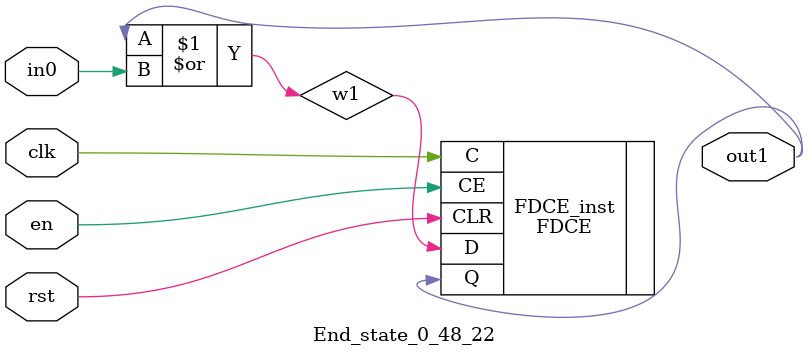
<source format=v>
module engine_0_48(out,clk,sod,en, in_1, in_2, in_4, in_5, in_6, in_8, in_10, in_12, in_13, in_16, in_30, in_35, in_46, in_65, in_76);
//pcre: /^STOR\s+FKS_\w+_\d+-\d+-\d+\.log/i
//block char: \x20[8], \w[6], O[0], L[0], G[0], S[0], -[0], \x2E[8], \d[5], r[0], t[0], f[0], ^[9], K[0], _[0], 

	input clk,sod,en;

	input in_1, in_2, in_4, in_5, in_6, in_8, in_10, in_12, in_13, in_16, in_30, in_35, in_46, in_65, in_76;
	output out;

	assign w0 = 1'b1;
	state_0_48_1 BlockState_0_48_1 (w1,in_46,clk,en,sod,w0);
	state_0_48_2 BlockState_0_48_2 (w2,in_8,clk,en,sod,w1);
	state_0_48_3 BlockState_0_48_3 (w3,in_30,clk,en,sod,w2);
	state_0_48_4 BlockState_0_48_4 (w4,in_4,clk,en,sod,w3);
	state_0_48_5 BlockState_0_48_5 (w5,in_16,clk,en,sod,w4);
	state_0_48_6 BlockState_0_48_6 (w6,in_1,clk,en,sod,w6,w5);
	state_0_48_7 BlockState_0_48_7 (w7,in_35,clk,en,sod,w6);
	state_0_48_8 BlockState_0_48_8 (w8,in_65,clk,en,sod,w7);
	state_0_48_9 BlockState_0_48_9 (w9,in_8,clk,en,sod,w8);
	state_0_48_10 BlockState_0_48_10 (w10,in_76,clk,en,sod,w9);
	state_0_48_11 BlockState_0_48_11 (w11,in_2,clk,en,sod,w11,w10);
	state_0_48_12 BlockState_0_48_12 (w12,in_76,clk,en,sod,w11);
	state_0_48_13 BlockState_0_48_13 (w13,in_13,clk,en,sod,w13,w12);
	state_0_48_14 BlockState_0_48_14 (w14,in_10,clk,en,sod,w13);
	state_0_48_15 BlockState_0_48_15 (w15,in_13,clk,en,sod,w15,w14);
	state_0_48_16 BlockState_0_48_16 (w16,in_10,clk,en,sod,w15);
	state_0_48_17 BlockState_0_48_17 (w17,in_13,clk,en,sod,w17,w16);
	state_0_48_18 BlockState_0_48_18 (w18,in_12,clk,en,sod,w17);
	state_0_48_19 BlockState_0_48_19 (w19,in_5,clk,en,sod,w18);
	state_0_48_20 BlockState_0_48_20 (w20,in_4,clk,en,sod,w19);
	state_0_48_21 BlockState_0_48_21 (w21,in_6,clk,en,sod,w20);
	End_state_0_48_22 BlockState_0_48_22 (out,clk,en,sod,w21);
endmodule

module state_0_48_1(out1,in_char,clk,en,rst,in0);
	input in_char,clk,en,rst,in0;
	output out1;
	wire w1,w2;
	assign w1 = in0; 
	and(w2,in_char,w1);
	FDCE #(.INIT(1'b0)) FDCE_inst (
		.Q(out1),
		.C(clk),
		.CE(en),
		.CLR(rst),
		.D(w2)
);
endmodule

module state_0_48_2(out1,in_char,clk,en,rst,in0);
	input in_char,clk,en,rst,in0;
	output out1;
	wire w1,w2;
	assign w1 = in0; 
	and(w2,in_char,w1);
	FDCE #(.INIT(1'b0)) FDCE_inst (
		.Q(out1),
		.C(clk),
		.CE(en),
		.CLR(rst),
		.D(w2)
);
endmodule

module state_0_48_3(out1,in_char,clk,en,rst,in0);
	input in_char,clk,en,rst,in0;
	output out1;
	wire w1,w2;
	assign w1 = in0; 
	and(w2,in_char,w1);
	FDCE #(.INIT(1'b0)) FDCE_inst (
		.Q(out1),
		.C(clk),
		.CE(en),
		.CLR(rst),
		.D(w2)
);
endmodule

module state_0_48_4(out1,in_char,clk,en,rst,in0);
	input in_char,clk,en,rst,in0;
	output out1;
	wire w1,w2;
	assign w1 = in0; 
	and(w2,in_char,w1);
	FDCE #(.INIT(1'b0)) FDCE_inst (
		.Q(out1),
		.C(clk),
		.CE(en),
		.CLR(rst),
		.D(w2)
);
endmodule

module state_0_48_5(out1,in_char,clk,en,rst,in0);
	input in_char,clk,en,rst,in0;
	output out1;
	wire w1,w2;
	assign w1 = in0; 
	and(w2,in_char,w1);
	FDCE #(.INIT(1'b0)) FDCE_inst (
		.Q(out1),
		.C(clk),
		.CE(en),
		.CLR(rst),
		.D(w2)
);
endmodule

module state_0_48_6(out1,in_char,clk,en,rst,in0,in1);
	input in_char,clk,en,rst,in0,in1;
	output out1;
	wire w1,w2;
	or(w1,in0,in1);
	and(w2,in_char,w1);
	FDCE #(.INIT(1'b0)) FDCE_inst (
		.Q(out1),
		.C(clk),
		.CE(en),
		.CLR(rst),
		.D(w2)
);
endmodule

module state_0_48_7(out1,in_char,clk,en,rst,in0);
	input in_char,clk,en,rst,in0;
	output out1;
	wire w1,w2;
	assign w1 = in0; 
	and(w2,in_char,w1);
	FDCE #(.INIT(1'b0)) FDCE_inst (
		.Q(out1),
		.C(clk),
		.CE(en),
		.CLR(rst),
		.D(w2)
);
endmodule

module state_0_48_8(out1,in_char,clk,en,rst,in0);
	input in_char,clk,en,rst,in0;
	output out1;
	wire w1,w2;
	assign w1 = in0; 
	and(w2,in_char,w1);
	FDCE #(.INIT(1'b0)) FDCE_inst (
		.Q(out1),
		.C(clk),
		.CE(en),
		.CLR(rst),
		.D(w2)
);
endmodule

module state_0_48_9(out1,in_char,clk,en,rst,in0);
	input in_char,clk,en,rst,in0;
	output out1;
	wire w1,w2;
	assign w1 = in0; 
	and(w2,in_char,w1);
	FDCE #(.INIT(1'b0)) FDCE_inst (
		.Q(out1),
		.C(clk),
		.CE(en),
		.CLR(rst),
		.D(w2)
);
endmodule

module state_0_48_10(out1,in_char,clk,en,rst,in0);
	input in_char,clk,en,rst,in0;
	output out1;
	wire w1,w2;
	assign w1 = in0; 
	and(w2,in_char,w1);
	FDCE #(.INIT(1'b0)) FDCE_inst (
		.Q(out1),
		.C(clk),
		.CE(en),
		.CLR(rst),
		.D(w2)
);
endmodule

module state_0_48_11(out1,in_char,clk,en,rst,in0,in1);
	input in_char,clk,en,rst,in0,in1;
	output out1;
	wire w1,w2;
	or(w1,in0,in1);
	and(w2,in_char,w1);
	FDCE #(.INIT(1'b0)) FDCE_inst (
		.Q(out1),
		.C(clk),
		.CE(en),
		.CLR(rst),
		.D(w2)
);
endmodule

module state_0_48_12(out1,in_char,clk,en,rst,in0);
	input in_char,clk,en,rst,in0;
	output out1;
	wire w1,w2;
	assign w1 = in0; 
	and(w2,in_char,w1);
	FDCE #(.INIT(1'b0)) FDCE_inst (
		.Q(out1),
		.C(clk),
		.CE(en),
		.CLR(rst),
		.D(w2)
);
endmodule

module state_0_48_13(out1,in_char,clk,en,rst,in0,in1);
	input in_char,clk,en,rst,in0,in1;
	output out1;
	wire w1,w2;
	or(w1,in0,in1);
	and(w2,in_char,w1);
	FDCE #(.INIT(1'b0)) FDCE_inst (
		.Q(out1),
		.C(clk),
		.CE(en),
		.CLR(rst),
		.D(w2)
);
endmodule

module state_0_48_14(out1,in_char,clk,en,rst,in0);
	input in_char,clk,en,rst,in0;
	output out1;
	wire w1,w2;
	assign w1 = in0; 
	and(w2,in_char,w1);
	FDCE #(.INIT(1'b0)) FDCE_inst (
		.Q(out1),
		.C(clk),
		.CE(en),
		.CLR(rst),
		.D(w2)
);
endmodule

module state_0_48_15(out1,in_char,clk,en,rst,in0,in1);
	input in_char,clk,en,rst,in0,in1;
	output out1;
	wire w1,w2;
	or(w1,in0,in1);
	and(w2,in_char,w1);
	FDCE #(.INIT(1'b0)) FDCE_inst (
		.Q(out1),
		.C(clk),
		.CE(en),
		.CLR(rst),
		.D(w2)
);
endmodule

module state_0_48_16(out1,in_char,clk,en,rst,in0);
	input in_char,clk,en,rst,in0;
	output out1;
	wire w1,w2;
	assign w1 = in0; 
	and(w2,in_char,w1);
	FDCE #(.INIT(1'b0)) FDCE_inst (
		.Q(out1),
		.C(clk),
		.CE(en),
		.CLR(rst),
		.D(w2)
);
endmodule

module state_0_48_17(out1,in_char,clk,en,rst,in0,in1);
	input in_char,clk,en,rst,in0,in1;
	output out1;
	wire w1,w2;
	or(w1,in0,in1);
	and(w2,in_char,w1);
	FDCE #(.INIT(1'b0)) FDCE_inst (
		.Q(out1),
		.C(clk),
		.CE(en),
		.CLR(rst),
		.D(w2)
);
endmodule

module state_0_48_18(out1,in_char,clk,en,rst,in0);
	input in_char,clk,en,rst,in0;
	output out1;
	wire w1,w2;
	assign w1 = in0; 
	and(w2,in_char,w1);
	FDCE #(.INIT(1'b0)) FDCE_inst (
		.Q(out1),
		.C(clk),
		.CE(en),
		.CLR(rst),
		.D(w2)
);
endmodule

module state_0_48_19(out1,in_char,clk,en,rst,in0);
	input in_char,clk,en,rst,in0;
	output out1;
	wire w1,w2;
	assign w1 = in0; 
	and(w2,in_char,w1);
	FDCE #(.INIT(1'b0)) FDCE_inst (
		.Q(out1),
		.C(clk),
		.CE(en),
		.CLR(rst),
		.D(w2)
);
endmodule

module state_0_48_20(out1,in_char,clk,en,rst,in0);
	input in_char,clk,en,rst,in0;
	output out1;
	wire w1,w2;
	assign w1 = in0; 
	and(w2,in_char,w1);
	FDCE #(.INIT(1'b0)) FDCE_inst (
		.Q(out1),
		.C(clk),
		.CE(en),
		.CLR(rst),
		.D(w2)
);
endmodule

module state_0_48_21(out1,in_char,clk,en,rst,in0);
	input in_char,clk,en,rst,in0;
	output out1;
	wire w1,w2;
	assign w1 = in0; 
	and(w2,in_char,w1);
	FDCE #(.INIT(1'b0)) FDCE_inst (
		.Q(out1),
		.C(clk),
		.CE(en),
		.CLR(rst),
		.D(w2)
);
endmodule

module End_state_0_48_22(out1,clk,en,rst,in0);
	input clk,rst,en,in0;
	output out1;
	wire w1;
	or(w1,out1,in0);
	FDCE #(.INIT(1'b0)) FDCE_inst (
		.Q(out1),
		.C(clk),
		.CE(en),
		.CLR(rst),
		.D(w1)
);
endmodule


</source>
